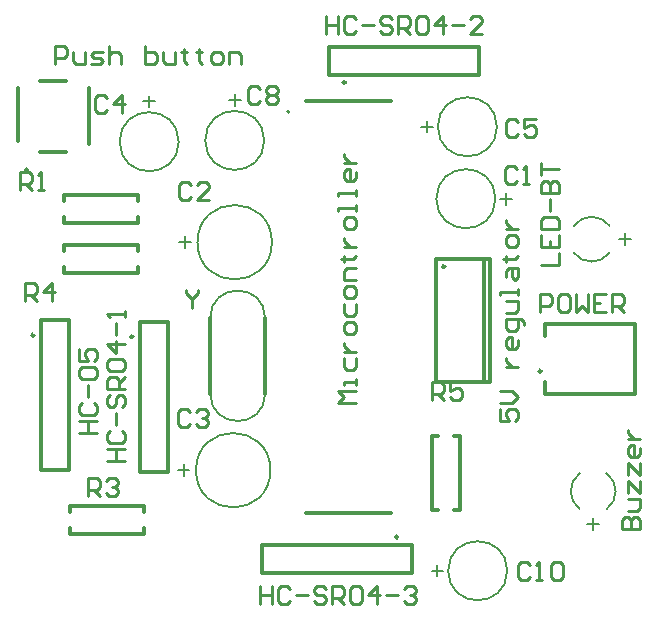
<source format=gto>
G04*
G04 #@! TF.GenerationSoftware,Altium Limited,Altium Designer,23.2.1 (34)*
G04*
G04 Layer_Color=65535*
%FSLAX44Y44*%
%MOMM*%
G71*
G04*
G04 #@! TF.SameCoordinates,3E65621F-DDE3-4266-9229-7E2A0E2672EE*
G04*
G04*
G04 #@! TF.FilePolarity,Positive*
G04*
G01*
G75*
%ADD10C,0.2500*%
%ADD11C,0.2000*%
%ADD12C,0.3556*%
%ADD13C,0.1500*%
%ADD14C,0.2540*%
D10*
X28280Y379950D02*
G03*
X28280Y379950I-1250J0D01*
G01*
X381410Y298230D02*
G03*
X381410Y298230I-1250J0D01*
G01*
X33550Y240030D02*
G03*
X33550Y240030I-1250J0D01*
G01*
X341610Y69300D02*
G03*
X341610Y69300I-1250J0D01*
G01*
X117370Y238760D02*
G03*
X117370Y238760I-1250J0D01*
G01*
X297160Y453940D02*
G03*
X297160Y453940I-1250J0D01*
G01*
X463160Y209550D02*
G03*
X463160Y209550I-1250J0D01*
G01*
D11*
X155810Y403860D02*
G03*
X155810Y403860I-25000J0D01*
G01*
X490260Y309910D02*
G03*
X520580Y309805I15200J11400D01*
G01*
X520580Y332816D02*
G03*
X490260Y332710I-15120J-11506D01*
G01*
X495330Y123150D02*
G03*
X495225Y92830I11400J-15200D01*
G01*
X518236Y92830D02*
G03*
X518130Y123150I-11506J15120D01*
G01*
X228200Y404970D02*
G03*
X228200Y404970I-25000J0D01*
G01*
X233430Y125730D02*
G03*
X233430Y125730I-31500J0D01*
G01*
X433940Y40640D02*
G03*
X433940Y40640I-25000J0D01*
G01*
X234700Y318770D02*
G03*
X234700Y318770I-31500J0D01*
G01*
X425210Y416560D02*
G03*
X425210Y416560I-25000J0D01*
G01*
X423940Y355600D02*
G03*
X423940Y355600I-25000J0D01*
G01*
X249720Y429260D02*
G03*
X249720Y429260I-1000J0D01*
G01*
X182490Y190620D02*
G03*
X228990Y190620I23250J0D01*
G01*
Y254620D02*
G03*
X182490Y254620I-23250J0D01*
G01*
X490220Y310460D02*
X490260Y309910D01*
X490220Y332160D02*
X490260Y332710D01*
X528360Y321310D02*
X538360D01*
X533360Y316310D02*
Y326310D01*
X495330Y123150D02*
X495880Y123190D01*
X517580D02*
X518130Y123150D01*
X506730Y75050D02*
Y85050D01*
X501730Y80050D02*
X511730D01*
D12*
X38530Y395450D02*
X60800D01*
X79530Y401670D02*
Y449230D01*
X38260Y455450D02*
X60800D01*
X19530Y404450D02*
Y449230D01*
X414660Y200730D02*
Y304730D01*
X373660D02*
X419660D01*
X373660Y200730D02*
Y304730D01*
Y200730D02*
X419660D01*
Y304730D01*
X121670Y353450D02*
Y358710D01*
X58670Y334710D02*
Y339970D01*
X121670Y334710D02*
Y339970D01*
X58670Y353450D02*
Y358710D01*
X121670D01*
X58670Y334710D02*
X121670D01*
X370270Y91690D02*
Y154690D01*
X394270Y91690D02*
Y154690D01*
X389010D02*
X394270D01*
X370270Y91690D02*
X375530D01*
X370270Y154690D02*
X375530D01*
X389010Y91690D02*
X394270D01*
X58670Y292800D02*
X121670D01*
X58670Y316800D02*
X121670D01*
X58670Y311540D02*
Y316800D01*
X121670Y292800D02*
Y298060D01*
X58670Y292800D02*
Y298060D01*
X121670Y311540D02*
Y316800D01*
X62800Y125730D02*
Y252730D01*
X38800Y125730D02*
X62800D01*
X38800D02*
Y252730D01*
X62800D01*
X353060Y38800D02*
Y62800D01*
X226060D02*
X353060D01*
X226060Y38800D02*
Y62800D01*
Y38800D02*
X353060D01*
X63750Y71820D02*
Y77080D01*
X126750Y90560D02*
Y95820D01*
X63750Y90560D02*
Y95820D01*
X126750Y71820D02*
Y77080D01*
X63750Y71820D02*
X126750D01*
X63750Y95820D02*
X126750D01*
X146620Y124460D02*
Y251460D01*
X122620Y124460D02*
X146620D01*
X122620D02*
Y251460D01*
X146620D01*
X283210Y460440D02*
Y484440D01*
Y460440D02*
X410210D01*
Y484440D01*
X283210D02*
X410210D01*
X263525Y89610D02*
X335915D01*
X263525Y438710D02*
X335915D01*
X182490Y190620D02*
Y254620D01*
X228990Y190620D02*
Y254620D01*
X466190Y239210D02*
Y249210D01*
X466187Y249212D02*
X542187D01*
X542189Y190209D02*
Y249210D01*
X466190Y190209D02*
Y200210D01*
Y190209D02*
X542189D01*
D13*
X130938Y442940D02*
Y432943D01*
X135936Y437942D02*
X125939D01*
X203328Y444050D02*
Y434053D01*
X208326Y439052D02*
X198329D01*
X154933Y125727D02*
X164930D01*
X159931Y130725D02*
Y120728D01*
X369860Y40768D02*
X379857D01*
X374858Y45766D02*
Y35769D01*
X156203Y318767D02*
X166200D01*
X161201Y323765D02*
Y313768D01*
X361130Y416688D02*
X371127D01*
X366128Y421686D02*
Y411689D01*
X438020Y355472D02*
X428023D01*
X433022Y350474D02*
Y360471D01*
D14*
X462282Y299734D02*
X477518D01*
Y309891D01*
X462282Y325126D02*
Y314969D01*
X477518D01*
Y325126D01*
X469900Y314969D02*
Y320047D01*
X462282Y330204D02*
X477518D01*
Y337822D01*
X474978Y340361D01*
X464822D01*
X462282Y337822D01*
Y330204D01*
X469900Y345439D02*
Y355596D01*
X462282Y360674D02*
X477518D01*
Y368292D01*
X474978Y370831D01*
X472439D01*
X469900Y368292D01*
Y360674D01*
Y368292D01*
X467361Y370831D01*
X464822D01*
X462282Y368292D01*
Y360674D01*
Y375909D02*
Y386066D01*
Y380988D01*
X477518D01*
X530863Y76214D02*
X546097D01*
Y83831D01*
X543558Y86370D01*
X541019D01*
X538480Y83831D01*
Y76214D01*
Y83831D01*
X535941Y86370D01*
X533402D01*
X530863Y83831D01*
Y76214D01*
X535941Y91449D02*
X543558D01*
X546097Y93988D01*
Y101605D01*
X535941D01*
Y106684D02*
Y116840D01*
X546097Y106684D01*
Y116840D01*
X535941Y121919D02*
Y132076D01*
X546097Y121919D01*
Y132076D01*
Y144771D02*
Y139693D01*
X543558Y137154D01*
X538480D01*
X535941Y139693D01*
Y144771D01*
X538480Y147311D01*
X541019D01*
Y137154D01*
X535941Y152389D02*
X546097D01*
X541019D01*
X538480Y154928D01*
X535941Y157467D01*
Y160007D01*
X453393Y45718D02*
X450854Y48257D01*
X445775D01*
X443236Y45718D01*
Y35562D01*
X445775Y33022D01*
X450854D01*
X453393Y35562D01*
X458471Y33022D02*
X463550D01*
X461010D01*
Y48257D01*
X458471Y45718D01*
X471167D02*
X473706Y48257D01*
X478785D01*
X481324Y45718D01*
Y35562D01*
X478785Y33022D01*
X473706D01*
X471167Y35562D01*
Y45718D01*
X370078Y185420D02*
Y200655D01*
X377696D01*
X380235Y198116D01*
Y193037D01*
X377696Y190498D01*
X370078D01*
X375156D02*
X380235Y185420D01*
X395470Y200655D02*
X385313D01*
Y193037D01*
X390391Y195577D01*
X392931D01*
X395470Y193037D01*
Y187959D01*
X392931Y185420D01*
X387852D01*
X385313Y187959D01*
X224811Y27938D02*
Y12702D01*
Y20320D01*
X234968D01*
Y27938D01*
Y12702D01*
X250203Y25398D02*
X247664Y27938D01*
X242586D01*
X240046Y25398D01*
Y15242D01*
X242586Y12702D01*
X247664D01*
X250203Y15242D01*
X255282Y20320D02*
X265438D01*
X280673Y25398D02*
X278134Y27938D01*
X273056D01*
X270517Y25398D01*
Y22859D01*
X273056Y20320D01*
X278134D01*
X280673Y17781D01*
Y15242D01*
X278134Y12702D01*
X273056D01*
X270517Y15242D01*
X285752Y12702D02*
Y27938D01*
X293369D01*
X295908Y25398D01*
Y20320D01*
X293369Y17781D01*
X285752D01*
X290830D02*
X295908Y12702D01*
X300987Y25398D02*
X303526Y27938D01*
X308604D01*
X311143Y25398D01*
Y15242D01*
X308604Y12702D01*
X303526D01*
X300987Y15242D01*
Y25398D01*
X323839Y12702D02*
Y27938D01*
X316222Y20320D01*
X326379D01*
X331457D02*
X341614D01*
X346692Y25398D02*
X349231Y27938D01*
X354310D01*
X356849Y25398D01*
Y22859D01*
X354310Y20320D01*
X351770D01*
X354310D01*
X356849Y17781D01*
Y15242D01*
X354310Y12702D01*
X349231D01*
X346692Y15242D01*
X280691Y510537D02*
Y495303D01*
Y502920D01*
X290848D01*
Y510537D01*
Y495303D01*
X306083Y507998D02*
X303544Y510537D01*
X298466D01*
X295926Y507998D01*
Y497842D01*
X298466Y495303D01*
X303544D01*
X306083Y497842D01*
X311161Y502920D02*
X321318D01*
X336553Y507998D02*
X334014Y510537D01*
X328936D01*
X326397Y507998D01*
Y505459D01*
X328936Y502920D01*
X334014D01*
X336553Y500381D01*
Y497842D01*
X334014Y495303D01*
X328936D01*
X326397Y497842D01*
X341632Y495303D02*
Y510537D01*
X349249D01*
X351788Y507998D01*
Y502920D01*
X349249Y500381D01*
X341632D01*
X346710D02*
X351788Y495303D01*
X356867Y507998D02*
X359406Y510537D01*
X364484D01*
X367023Y507998D01*
Y497842D01*
X364484Y495303D01*
X359406D01*
X356867Y497842D01*
Y507998D01*
X379719Y495303D02*
Y510537D01*
X372102Y502920D01*
X382258D01*
X387337D02*
X397494D01*
X412729Y495303D02*
X402572D01*
X412729Y505459D01*
Y507998D01*
X410190Y510537D01*
X405111D01*
X402572Y507998D01*
X162052Y278125D02*
Y275586D01*
X167130Y270508D01*
X172209Y275586D01*
Y278125D01*
X167130Y270508D02*
Y262890D01*
X25404Y269242D02*
Y284478D01*
X33022D01*
X35561Y281938D01*
Y276860D01*
X33022Y274321D01*
X25404D01*
X30482D02*
X35561Y269242D01*
X48257D02*
Y284478D01*
X40639Y276860D01*
X50796D01*
X78744Y104143D02*
Y119377D01*
X86362D01*
X88901Y116838D01*
Y111760D01*
X86362Y109221D01*
X78744D01*
X83822D02*
X88901Y104143D01*
X93979Y116838D02*
X96518Y119377D01*
X101597D01*
X104136Y116838D01*
Y114299D01*
X101597Y111760D01*
X99058D01*
X101597D01*
X104136Y109221D01*
Y106682D01*
X101597Y104143D01*
X96518D01*
X93979Y106682D01*
X21593Y363223D02*
Y378457D01*
X29211D01*
X31750Y375918D01*
Y370840D01*
X29211Y368301D01*
X21593D01*
X26672D02*
X31750Y363223D01*
X36828D02*
X41907D01*
X39368D01*
Y378457D01*
X36828Y375918D01*
X50826Y469902D02*
Y485137D01*
X58443D01*
X60982Y482598D01*
Y477520D01*
X58443Y474981D01*
X50826D01*
X66061Y480059D02*
Y472442D01*
X68600Y469902D01*
X76217D01*
Y480059D01*
X81296Y469902D02*
X88913D01*
X91452Y472442D01*
X88913Y474981D01*
X83835D01*
X81296Y477520D01*
X83835Y480059D01*
X91452D01*
X96531Y485137D02*
Y469902D01*
Y477520D01*
X99070Y480059D01*
X104148D01*
X106687Y477520D01*
Y469902D01*
X127001Y485137D02*
Y469902D01*
X134618D01*
X137158Y472442D01*
Y474981D01*
Y477520D01*
X134618Y480059D01*
X127001D01*
X142236D02*
Y472442D01*
X144775Y469902D01*
X152393D01*
Y480059D01*
X160010Y482598D02*
Y480059D01*
X157471D01*
X162549D01*
X160010D01*
Y472442D01*
X162549Y469902D01*
X172706Y482598D02*
Y480059D01*
X170167D01*
X175245D01*
X172706D01*
Y472442D01*
X175245Y469902D01*
X185402D02*
X190480D01*
X193020Y472442D01*
Y477520D01*
X190480Y480059D01*
X185402D01*
X182863Y477520D01*
Y472442D01*
X185402Y469902D01*
X198098D02*
Y480059D01*
X205715D01*
X208255Y477520D01*
Y469902D01*
X462026Y259588D02*
Y274823D01*
X469644D01*
X472183Y272284D01*
Y267206D01*
X469644Y264666D01*
X462026D01*
X484879Y274823D02*
X479800D01*
X477261Y272284D01*
Y262127D01*
X479800Y259588D01*
X484879D01*
X487418Y262127D01*
Y272284D01*
X484879Y274823D01*
X492496D02*
Y259588D01*
X497575Y264666D01*
X502653Y259588D01*
Y274823D01*
X517888D02*
X507731D01*
Y259588D01*
X517888D01*
X507731Y267206D02*
X512810D01*
X522966Y259588D02*
Y274823D01*
X530584D01*
X533123Y272284D01*
Y267206D01*
X530584Y264666D01*
X522966D01*
X528045D02*
X533123Y259588D01*
X306068Y182914D02*
X290832D01*
X295911Y187992D01*
X290832Y193071D01*
X306068D01*
Y198149D02*
Y203228D01*
Y200688D01*
X295911D01*
Y198149D01*
Y221002D02*
Y213384D01*
X298450Y210845D01*
X303528D01*
X306068Y213384D01*
Y221002D01*
X295911Y226080D02*
X306068D01*
X300989D01*
X298450Y228619D01*
X295911Y231159D01*
Y233698D01*
X306068Y243854D02*
Y248933D01*
X303528Y251472D01*
X298450D01*
X295911Y248933D01*
Y243854D01*
X298450Y241315D01*
X303528D01*
X306068Y243854D01*
X295911Y266707D02*
Y259089D01*
X298450Y256550D01*
X303528D01*
X306068Y259089D01*
Y266707D01*
Y274324D02*
Y279403D01*
X303528Y281942D01*
X298450D01*
X295911Y279403D01*
Y274324D01*
X298450Y271785D01*
X303528D01*
X306068Y274324D01*
Y287020D02*
X295911D01*
Y294638D01*
X298450Y297177D01*
X306068D01*
X293372Y304795D02*
X295911D01*
Y302255D01*
Y307334D01*
Y304795D01*
X303528D01*
X306068Y307334D01*
X295911Y314951D02*
X306068D01*
X300989D01*
X298450Y317491D01*
X295911Y320030D01*
Y322569D01*
X306068Y332726D02*
Y337804D01*
X303528Y340343D01*
X298450D01*
X295911Y337804D01*
Y332726D01*
X298450Y330186D01*
X303528D01*
X306068Y332726D01*
Y345421D02*
Y350500D01*
Y347961D01*
X290832D01*
Y345421D01*
X306068Y358117D02*
Y363196D01*
Y360657D01*
X290832D01*
Y358117D01*
X306068Y378431D02*
Y373353D01*
X303528Y370813D01*
X298450D01*
X295911Y373353D01*
Y378431D01*
X298450Y380970D01*
X300989D01*
Y370813D01*
X295911Y386048D02*
X306068D01*
X300989D01*
X298450Y388587D01*
X295911Y391127D01*
Y393666D01*
X95252Y133371D02*
X110487D01*
X102870D01*
Y143527D01*
X95252D01*
X110487D01*
X97792Y158762D02*
X95252Y156223D01*
Y151145D01*
X97792Y148606D01*
X107948D01*
X110487Y151145D01*
Y156223D01*
X107948Y158762D01*
X102870Y163841D02*
Y173997D01*
X97792Y189233D02*
X95252Y186693D01*
Y181615D01*
X97792Y179076D01*
X100331D01*
X102870Y181615D01*
Y186693D01*
X105409Y189233D01*
X107948D01*
X110487Y186693D01*
Y181615D01*
X107948Y179076D01*
X110487Y194311D02*
X95252D01*
Y201928D01*
X97792Y204468D01*
X102870D01*
X105409Y201928D01*
Y194311D01*
Y199389D02*
X110487Y204468D01*
X97792Y209546D02*
X95252Y212085D01*
Y217163D01*
X97792Y219703D01*
X107948D01*
X110487Y217163D01*
Y212085D01*
X107948Y209546D01*
X97792D01*
X110487Y232398D02*
X95252D01*
X102870Y224781D01*
Y234938D01*
Y240016D02*
Y250173D01*
X110487Y255251D02*
Y260329D01*
Y257790D01*
X95252D01*
X97792Y255251D01*
X71122Y157492D02*
X86357D01*
X78740D01*
Y167648D01*
X71122D01*
X86357D01*
X73662Y182883D02*
X71122Y180344D01*
Y175266D01*
X73662Y172727D01*
X83818D01*
X86357Y175266D01*
Y180344D01*
X83818Y182883D01*
X78740Y187962D02*
Y198118D01*
X73662Y203197D02*
X71122Y205736D01*
Y210814D01*
X73662Y213353D01*
X83818D01*
X86357Y210814D01*
Y205736D01*
X83818Y203197D01*
X73662D01*
X71122Y228589D02*
Y218432D01*
X78740D01*
X76201Y223510D01*
Y226049D01*
X78740Y228589D01*
X83818D01*
X86357Y226049D01*
Y220971D01*
X83818Y218432D01*
X224791Y448308D02*
X222252Y450848D01*
X217173D01*
X214634Y448308D01*
Y438152D01*
X217173Y435612D01*
X222252D01*
X224791Y438152D01*
X229869Y448308D02*
X232408Y450848D01*
X237487D01*
X240026Y448308D01*
Y445769D01*
X237487Y443230D01*
X240026Y440691D01*
Y438152D01*
X237487Y435612D01*
X232408D01*
X229869Y438152D01*
Y440691D01*
X232408Y443230D01*
X229869Y445769D01*
Y448308D01*
X232408Y443230D02*
X237487D01*
X443391Y420368D02*
X440852Y422907D01*
X435773D01*
X433234Y420368D01*
Y410212D01*
X435773Y407673D01*
X440852D01*
X443391Y410212D01*
X458626Y422907D02*
X448469D01*
Y415290D01*
X453548Y417829D01*
X456087D01*
X458626Y415290D01*
Y410212D01*
X456087Y407673D01*
X451008D01*
X448469Y410212D01*
X95251Y440688D02*
X92712Y443228D01*
X87633D01*
X85094Y440688D01*
Y430532D01*
X87633Y427993D01*
X92712D01*
X95251Y430532D01*
X107947Y427993D02*
Y443228D01*
X100329Y435610D01*
X110486D01*
X165101Y175258D02*
X162562Y177798D01*
X157483D01*
X154944Y175258D01*
Y165102D01*
X157483Y162563D01*
X162562D01*
X165101Y165102D01*
X170179Y175258D02*
X172718Y177798D01*
X177797D01*
X180336Y175258D01*
Y172719D01*
X177797Y170180D01*
X175257D01*
X177797D01*
X180336Y167641D01*
Y165102D01*
X177797Y162563D01*
X172718D01*
X170179Y165102D01*
X166371Y367028D02*
X163832Y369567D01*
X158753D01*
X156214Y367028D01*
Y356872D01*
X158753Y354333D01*
X163832D01*
X166371Y356872D01*
X181606Y354333D02*
X171449D01*
X181606Y364489D01*
Y367028D01*
X179067Y369567D01*
X173988D01*
X171449Y367028D01*
X441960Y380998D02*
X439421Y383537D01*
X434342D01*
X431803Y380998D01*
Y370842D01*
X434342Y368302D01*
X439421D01*
X441960Y370842D01*
X447038Y368302D02*
X452117D01*
X449578D01*
Y383537D01*
X447038Y380998D01*
X427993Y177824D02*
Y167668D01*
X435611D01*
X433072Y172746D01*
Y175285D01*
X435611Y177824D01*
X440689D01*
X443228Y175285D01*
Y170207D01*
X440689Y167668D01*
X427993Y182903D02*
X438150D01*
X443228Y187981D01*
X438150Y193059D01*
X427993D01*
X433072Y213373D02*
X443228D01*
X438150D01*
X435611Y215912D01*
X433072Y218451D01*
Y220990D01*
X443228Y236225D02*
Y231147D01*
X440689Y228608D01*
X435611D01*
X433072Y231147D01*
Y236225D01*
X435611Y238764D01*
X438150D01*
Y228608D01*
X448307Y248921D02*
Y251460D01*
X445768Y254000D01*
X433072D01*
Y246382D01*
X435611Y243843D01*
X440689D01*
X443228Y246382D01*
Y254000D01*
X433072Y259078D02*
X440689D01*
X443228Y261617D01*
Y269235D01*
X433072D01*
X443228Y274313D02*
Y279391D01*
Y276852D01*
X427993D01*
Y274313D01*
X433072Y289548D02*
Y294627D01*
X435611Y297166D01*
X443228D01*
Y289548D01*
X440689Y287009D01*
X438150Y289548D01*
Y297166D01*
X430532Y304783D02*
X433072D01*
Y302244D01*
Y307322D01*
Y304783D01*
X440689D01*
X443228Y307322D01*
Y317479D02*
Y322557D01*
X440689Y325097D01*
X435611D01*
X433072Y322557D01*
Y317479D01*
X435611Y314940D01*
X440689D01*
X443228Y317479D01*
X433072Y330175D02*
X443228D01*
X438150D01*
X435611Y332714D01*
X433072Y335253D01*
Y337793D01*
M02*

</source>
